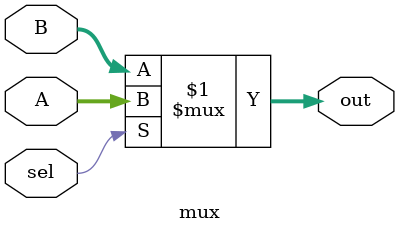
<source format=v>
module mux (
    input wire [31:0] A,       // reg 0
    input wire [31:0] B,       // reg 1
    input wire sel,            // seleção
    output wire [31:0] out     // Saída
);

    assign out = (sel) ? A : B;

endmodule
</source>
